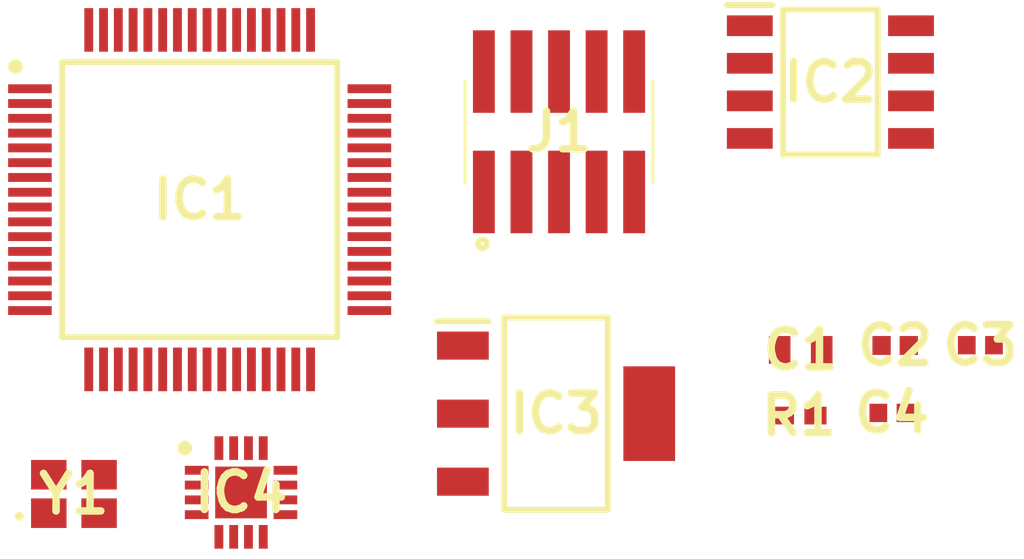
<source format=kicad_pcb>
(kicad_pcb (version 20211014) (generator pcbnew)
  (layers (0 "F.Cu" signal) (31 "B.Cu" signal) (34 "B.Paste" user) (35 "F.Paste" user) (36 "B.SilkS" user "B.Silkscreen") (37 "F.SilkS" user "F.Silkscreen") (38 "B.Mask" user) (39 "F.Mask" user) (44 "Edge.Cuts" user))
  (net 0 "")
  (net 115 "Net-(IC1-Pad61)")
  (net 116 "GND")
  (footprint "SamacSys_Parts:QFP50P1200X1200X160-64N" (layer "F.Cu") (at 106.68 81.28)
    (fp_text reference "IC1" (at 0 0) (layer "F.SilkS") (effects (font (size 1.27 1.27) (thickness 0.254))))
    (fp_text value "STM32G474RET6" hide)
    (fp_line (start -4.65 4.65) (end -4.65 -4.65) (layer "F.SilkS") (width 0.2))
    (fp_line (start 4.65 4.65) (end -4.65 4.65) (layer "F.SilkS") (width 0.2))
    (fp_line (start -4.65 -4.65) (end 4.65 -4.65) (layer "F.SilkS") (width 0.2))
    (fp_line (start 4.65 -4.65) (end 4.65 4.65) (layer "F.SilkS") (width 0.2))
    (fp_circle (center -6.225 -4.5) (end -6.225 -4.375) (layer "F.SilkS") (width 0.25) (fill none))
    (pad "1" smd rect locked (at -5.738 -3.75 90) (size 0.3 1.475) (layers "F.Cu" "F.Paste" "F.Mask"))
    (pad "2" smd rect locked (at -5.738 -3.25 90) (size 0.3 1.475) (layers "F.Cu" "F.Paste" "F.Mask"))
    (pad "3" smd rect locked (at -5.738 -2.75 90) (size 0.3 1.475) (layers "F.Cu" "F.Paste" "F.Mask"))
    (pad "4" smd rect locked (at -5.738 -2.25 90) (size 0.3 1.475) (layers "F.Cu" "F.Paste" "F.Mask"))
    (pad "5" smd rect locked (at -5.738 -1.75 90) (size 0.3 1.475) (layers "F.Cu" "F.Paste" "F.Mask"))
    (pad "6" smd rect locked (at -5.738 -1.25 90) (size 0.3 1.475) (layers "F.Cu" "F.Paste" "F.Mask"))
    (pad "7" smd rect locked (at -5.738 -0.75 90) (size 0.3 1.475) (layers "F.Cu" "F.Paste" "F.Mask"))
    (pad "8" smd rect locked (at -5.738 -0.25 90) (size 0.3 1.475) (layers "F.Cu" "F.Paste" "F.Mask"))
    (pad "9" smd rect locked (at -5.738 0.25 90) (size 0.3 1.475) (layers "F.Cu" "F.Paste" "F.Mask"))
    (pad "10" smd rect locked (at -5.738 0.75 90) (size 0.3 1.475) (layers "F.Cu" "F.Paste" "F.Mask"))
    (pad "11" smd rect locked (at -5.738 1.25 90) (size 0.3 1.475) (layers "F.Cu" "F.Paste" "F.Mask"))
    (pad "12" smd rect locked (at -5.738 1.75 90) (size 0.3 1.475) (layers "F.Cu" "F.Paste" "F.Mask"))
    (pad "13" smd rect locked (at -5.738 2.25 90) (size 0.3 1.475) (layers "F.Cu" "F.Paste" "F.Mask"))
    (pad "14" smd rect locked (at -5.738 2.75 90) (size 0.3 1.475) (layers "F.Cu" "F.Paste" "F.Mask"))
    (pad "15" smd rect locked (at -5.738 3.25 90) (size 0.3 1.475) (layers "F.Cu" "F.Paste" "F.Mask"))
    (pad "16" smd rect locked (at -5.738 3.75 90) (size 0.3 1.475) (layers "F.Cu" "F.Paste" "F.Mask"))
    (pad "17" smd rect locked (at -3.75 5.738) (size 0.3 1.475) (layers "F.Cu" "F.Paste" "F.Mask"))
    (pad "18" smd rect locked (at -3.25 5.738) (size 0.3 1.475) (layers "F.Cu" "F.Paste" "F.Mask"))
    (pad "19" smd rect locked (at -2.75 5.738) (size 0.3 1.475) (layers "F.Cu" "F.Paste" "F.Mask"))
    (pad "20" smd rect locked (at -2.25 5.738) (size 0.3 1.475) (layers "F.Cu" "F.Paste" "F.Mask"))
    (pad "21" smd rect locked (at -1.75 5.738) (size 0.3 1.475) (layers "F.Cu" "F.Paste" "F.Mask"))
    (pad "22" smd rect locked (at -1.25 5.738) (size 0.3 1.475) (layers "F.Cu" "F.Paste" "F.Mask"))
    (pad "23" smd rect locked (at -0.75 5.738) (size 0.3 1.475) (layers "F.Cu" "F.Paste" "F.Mask"))
    (pad "24" smd rect locked (at -0.25 5.738) (size 0.3 1.475) (layers "F.Cu" "F.Paste" "F.Mask"))
    (pad "25" smd rect locked (at 0.25 5.738) (size 0.3 1.475) (layers "F.Cu" "F.Paste" "F.Mask"))
    (pad "26" smd rect locked (at 0.75 5.738) (size 0.3 1.475) (layers "F.Cu" "F.Paste" "F.Mask"))
    (pad "27" smd rect locked (at 1.25 5.738) (size 0.3 1.475) (layers "F.Cu" "F.Paste" "F.Mask"))
    (pad "28" smd rect locked (at 1.75 5.738) (size 0.3 1.475) (layers "F.Cu" "F.Paste" "F.Mask"))
    (pad "29" smd rect locked (at 2.25 5.738) (size 0.3 1.475) (layers "F.Cu" "F.Paste" "F.Mask"))
    (pad "30" smd rect locked (at 2.75 5.738) (size 0.3 1.475) (layers "F.Cu" "F.Paste" "F.Mask"))
    (pad "31" smd rect locked (at 3.25 5.738) (size 0.3 1.475) (layers "F.Cu" "F.Paste" "F.Mask"))
    (pad "32" smd rect locked (at 3.75 5.738) (size 0.3 1.475) (layers "F.Cu" "F.Paste" "F.Mask"))
    (pad "33" smd rect locked (at 5.738 3.75 90) (size 0.3 1.475) (layers "F.Cu" "F.Paste" "F.Mask"))
    (pad "34" smd rect locked (at 5.738 3.25 90) (size 0.3 1.475) (layers "F.Cu" "F.Paste" "F.Mask"))
    (pad "35" smd rect locked (at 5.738 2.75 90) (size 0.3 1.475) (layers "F.Cu" "F.Paste" "F.Mask"))
    (pad "36" smd rect locked (at 5.738 2.25 90) (size 0.3 1.475) (layers "F.Cu" "F.Paste" "F.Mask"))
    (pad "37" smd rect locked (at 5.738 1.75 90) (size 0.3 1.475) (layers "F.Cu" "F.Paste" "F.Mask"))
    (pad "38" smd rect locked (at 5.738 1.25 90) (size 0.3 1.475) (layers "F.Cu" "F.Paste" "F.Mask"))
    (pad "39" smd rect locked (at 5.738 0.75 90) (size 0.3 1.475) (layers "F.Cu" "F.Paste" "F.Mask"))
    (pad "40" smd rect locked (at 5.738 0.25 90) (size 0.3 1.475) (layers "F.Cu" "F.Paste" "F.Mask"))
    (pad "41" smd rect locked (at 5.738 -0.25 90) (size 0.3 1.475) (layers "F.Cu" "F.Paste" "F.Mask"))
    (pad "42" smd rect locked (at 5.738 -0.75 90) (size 0.3 1.475) (layers "F.Cu" "F.Paste" "F.Mask"))
    (pad "43" smd rect locked (at 5.738 -1.25 90) (size 0.3 1.475) (layers "F.Cu" "F.Paste" "F.Mask"))
    (pad "44" smd rect locked (at 5.738 -1.75 90) (size 0.3 1.475) (layers "F.Cu" "F.Paste" "F.Mask"))
    (pad "45" smd rect locked (at 5.738 -2.25 90) (size 0.3 1.475) (layers "F.Cu" "F.Paste" "F.Mask"))
    (pad "46" smd rect locked (at 5.738 -2.75 90) (size 0.3 1.475) (layers "F.Cu" "F.Paste" "F.Mask"))
    (pad "47" smd rect locked (at 5.738 -3.25 90) (size 0.3 1.475) (layers "F.Cu" "F.Paste" "F.Mask"))
    (pad "48" smd rect locked (at 5.738 -3.75 90) (size 0.3 1.475) (layers "F.Cu" "F.Paste" "F.Mask"))
    (pad "49" smd rect locked (at 3.75 -5.738) (size 0.3 1.475) (layers "F.Cu" "F.Paste" "F.Mask"))
    (pad "50" smd rect locked (at 3.25 -5.738) (size 0.3 1.475) (layers "F.Cu" "F.Paste" "F.Mask"))
    (pad "51" smd rect locked (at 2.75 -5.738) (size 0.3 1.475) (layers "F.Cu" "F.Paste" "F.Mask"))
    (pad "52" smd rect locked (at 2.25 -5.738) (size 0.3 1.475) (layers "F.Cu" "F.Paste" "F.Mask"))
    (pad "53" smd rect locked (at 1.75 -5.738) (size 0.3 1.475) (layers "F.Cu" "F.Paste" "F.Mask"))
    (pad "54" smd rect locked (at 1.25 -5.738) (size 0.3 1.475) (layers "F.Cu" "F.Paste" "F.Mask"))
    (pad "55" smd rect locked (at 0.75 -5.738) (size 0.3 1.475) (layers "F.Cu" "F.Paste" "F.Mask"))
    (pad "56" smd rect locked (at 0.25 -5.738) (size 0.3 1.475) (layers "F.Cu" "F.Paste" "F.Mask"))
    (pad "57" smd rect locked (at -0.25 -5.738) (size 0.3 1.475) (layers "F.Cu" "F.Paste" "F.Mask"))
    (pad "58" smd rect locked (at -0.75 -5.738) (size 0.3 1.475) (layers "F.Cu" "F.Paste" "F.Mask"))
    (pad "59" smd rect locked (at -1.25 -5.738) (size 0.3 1.475) (layers "F.Cu" "F.Paste" "F.Mask"))
    (pad "60" smd rect locked (at -1.75 -5.738) (size 0.3 1.475) (layers "F.Cu" "F.Paste" "F.Mask"))
    (pad "61" smd rect locked (at -2.25 -5.738) (size 0.3 1.475) (layers "F.Cu" "F.Paste" "F.Mask") (net 115 "Net-(IC1-Pad61)"))
    (pad "62" smd rect locked (at -2.75 -5.738) (size 0.3 1.475) (layers "F.Cu" "F.Paste" "F.Mask"))
    (pad "63" smd rect locked (at -3.25 -5.738) (size 0.3 1.475) (layers "F.Cu" "F.Paste" "F.Mask"))
    (pad "64" smd rect locked (at -3.75 -5.738) (size 0.3 1.475) (layers "F.Cu" "F.Paste" "F.Mask"))
  )
  (footprint "SamacSys_Parts:FTSH-105-XX-YYY-DV-K-P-TR" (layer "F.Cu") (at 118.83 78.985)
    (fp_text reference "J1" (at 0 0) (layer "F.SilkS") (effects (font (size 1.27 1.27) (thickness 0.254))))
    (fp_text value "FTSH-105-01-F-DV-K-P-TR" hide)
    (fp_line (start 3.175 -1.715) (end 3.175 1.715) (layer "F.SilkS") (width 0.1))
    (fp_line (start -3.175 1.715) (end -3.175 -1.715) (layer "F.SilkS") (width 0.1))
    (fp_circle (center -2.59 3.785) (end -2.59 3.835) (layer "F.SilkS") (width 0.2) (fill none))
    (pad "1" smd rect locked (at -2.54 2.035) (size 0.74 2.79) (layers "F.Cu" "F.Paste" "F.Mask"))
    (pad "2" smd rect locked (at -2.54 -2.035) (size 0.74 2.79) (layers "F.Cu" "F.Paste" "F.Mask"))
    (pad "3" smd rect locked (at -1.27 2.035) (size 0.74 2.79) (layers "F.Cu" "F.Paste" "F.Mask"))
    (pad "4" smd rect locked (at -1.27 -2.035) (size 0.74 2.79) (layers "F.Cu" "F.Paste" "F.Mask"))
    (pad "5" smd rect locked (at 0 2.035) (size 0.74 2.79) (layers "F.Cu" "F.Paste" "F.Mask"))
    (pad "6" smd rect locked (at 0 -2.035) (size 0.74 2.79) (layers "F.Cu" "F.Paste" "F.Mask"))
    (pad "7" smd rect locked (at 1.27 2.035) (size 0.74 2.79) (layers "F.Cu" "F.Paste" "F.Mask"))
    (pad "8" smd rect locked (at 1.27 -2.035) (size 0.74 2.79) (layers "F.Cu" "F.Paste" "F.Mask"))
    (pad "9" smd rect locked (at 2.54 2.035) (size 0.74 2.79) (layers "F.Cu" "F.Paste" "F.Mask"))
    (pad "10" smd rect locked (at 2.54 -2.035) (size 0.74 2.79) (layers "F.Cu" "F.Paste" "F.Mask"))
  )
  (footprint "SamacSys_Parts:CAPC1005X60N" (layer "F.Cu") (at 130.195 86.21)
    (fp_text reference "C2" (at 0 0) (layer "F.SilkS") (effects (font (size 1.27 1.27) (thickness 0.254))))
    (fp_text value "25V 1UF X5R" hide)
    (pad "1" smd rect locked (at -0.46 0) (size 0.62 0.64) (layers "F.Cu" "F.Paste" "F.Mask"))
    (pad "2" smd rect locked (at 0.46 0) (size 0.62 0.64) (layers "F.Cu" "F.Paste" "F.Mask"))
  )
  (footprint "SamacSys_Parts:CAPC1005X55N" (layer "F.Cu") (at 130.085 88.49)
    (fp_text reference "C4" (at 0 0) (layer "F.SilkS") (effects (font (size 1.27 1.27) (thickness 0.254))))
    (fp_text value "50V 10PF C0G" hide)
    (pad "1" smd rect locked (at -0.46 0) (size 0.6 0.62) (layers "F.Cu" "F.Paste" "F.Mask"))
    (pad "2" smd rect locked (at 0.46 0) (size 0.6 0.62) (layers "F.Cu" "F.Paste" "F.Mask"))
  )
  (footprint "SamacSys_Parts:NX2520SA24000000MHZB8" (layer "F.Cu") (at 102.43 91.23)
    (fp_text reference "Y1" (at 0 0) (layer "F.SilkS") (effects (font (size 1.27 1.27) (thickness 0.254))))
    (fp_text value "NX2520SA-24.000000MHZ-B8" hide)
    (fp_line (start -1.9 0.75) (end -1.9 0.75) (layer "F.SilkS") (width 0.2))
    (fp_line (start -1.8 0.75) (end -1.8 0.75) (layer "F.SilkS") (width 0.2))
    (fp_line (start -1.9 0.75) (end -1.9 0.75) (layer "F.SilkS") (width 0.2))
    (fp_arc (start -1.9 0.75) (mid -1.85 0.7) (end -1.8 0.75) (layer "F.SilkS") (width 0.2))
    (fp_arc (start -1.8 0.75) (mid -1.85 0.8) (end -1.9 0.75) (layer "F.SilkS") (width 0.2))
    (fp_arc (start -1.8 0.75) (mid -1.85 0.8) (end -1.9 0.75) (layer "F.SilkS") (width 0.2))
    (pad "1" smd rect locked (at -0.85 0.65 90) (size 1 1.2) (layers "F.Cu" "F.Paste" "F.Mask"))
    (pad "2" smd rect locked (at 0.85 0.65 90) (size 1 1.2) (layers "F.Cu" "F.Paste" "F.Mask"))
    (pad "3" smd rect locked (at 0.85 -0.65 90) (size 1 1.2) (layers "F.Cu" "F.Paste" "F.Mask"))
    (pad "4" smd rect locked (at -0.85 -0.65 90) (size 1 1.2) (layers "F.Cu" "F.Paste" "F.Mask"))
  )
  (footprint "SamacSys_Parts:CAPC1608X90N" (layer "F.Cu") (at 127 86.36)
    (fp_text reference "C1" (at 0 0) (layer "F.SilkS") (effects (font (size 1.27 1.27) (thickness 0.254))))
    (fp_text value "10V 10UF X5R" hide)
    (pad "1" smd rect locked (at -0.71 0) (size 0.73 0.94) (layers "F.Cu" "F.Paste" "F.Mask"))
    (pad "2" smd rect locked (at 0.71 0) (size 0.73 0.94) (layers "F.Cu" "F.Paste" "F.Mask"))
  )
  (footprint "SamacSys_Parts:RESC1005X40N" (layer "F.Cu") (at 126.95 88.58)
    (fp_text reference "R1" (at 0 0) (layer "F.SilkS") (effects (font (size 1.27 1.27) (thickness 0.254))))
    (fp_text value "100K 1% 1/16W 0402" hide)
    (pad "1" smd rect locked (at -0.55 0 90) (size 0.6 0.75) (layers "F.Cu" "F.Paste" "F.Mask") (net 115 "Net-(IC1-Pad61)"))
    (pad "2" smd rect locked (at 0.55 0 90) (size 0.6 0.75) (layers "F.Cu" "F.Paste" "F.Mask") (net 116 "GND"))
  )
  (footprint "SamacSys_Parts:QFN50P300X300X80-17N-D" (layer "F.Cu") (at 108.08 91.18)
    (fp_text reference "IC4" (at 0 0) (layer "F.SilkS") (effects (font (size 1.27 1.27) (thickness 0.254))))
    (fp_text value "LTC6820HUD#PBF" hide)
    (fp_circle (center -1.9 -1.5) (end -1.9 -1.375) (layer "F.SilkS") (width 0.25) (fill none))
    (pad "1" smd rect locked (at -1.5 -0.75 90) (size 0.3 0.8) (layers "F.Cu" "F.Paste" "F.Mask"))
    (pad "2" smd rect locked (at -1.5 -0.25 90) (size 0.3 0.8) (layers "F.Cu" "F.Paste" "F.Mask"))
    (pad "3" smd rect locked (at -1.5 0.25 90) (size 0.3 0.8) (layers "F.Cu" "F.Paste" "F.Mask"))
    (pad "4" smd rect locked (at -1.5 0.75 90) (size 0.3 0.8) (layers "F.Cu" "F.Paste" "F.Mask"))
    (pad "5" smd rect locked (at -0.75 1.5) (size 0.3 0.8) (layers "F.Cu" "F.Paste" "F.Mask"))
    (pad "6" smd rect locked (at -0.25 1.5) (size 0.3 0.8) (layers "F.Cu" "F.Paste" "F.Mask"))
    (pad "7" smd rect locked (at 0.25 1.5) (size 0.3 0.8) (layers "F.Cu" "F.Paste" "F.Mask"))
    (pad "8" smd rect locked (at 0.75 1.5) (size 0.3 0.8) (layers "F.Cu" "F.Paste" "F.Mask"))
    (pad "9" smd rect locked (at 1.5 0.75 90) (size 0.3 0.8) (layers "F.Cu" "F.Paste" "F.Mask"))
    (pad "10" smd rect locked (at 1.5 0.25 90) (size 0.3 0.8) (layers "F.Cu" "F.Paste" "F.Mask"))
    (pad "11" smd rect locked (at 1.5 -0.25 90) (size 0.3 0.8) (layers "F.Cu" "F.Paste" "F.Mask"))
    (pad "12" smd rect locked (at 1.5 -0.75 90) (size 0.3 0.8) (layers "F.Cu" "F.Paste" "F.Mask"))
    (pad "13" smd rect locked (at 0.75 -1.5) (size 0.3 0.8) (layers "F.Cu" "F.Paste" "F.Mask"))
    (pad "14" smd rect locked (at 0.25 -1.5) (size 0.3 0.8) (layers "F.Cu" "F.Paste" "F.Mask"))
    (pad "15" smd rect locked (at -0.25 -1.5) (size 0.3 0.8) (layers "F.Cu" "F.Paste" "F.Mask"))
    (pad "16" smd rect locked (at -0.75 -1.5) (size 0.3 0.8) (layers "F.Cu" "F.Paste" "F.Mask"))
    (pad "17" smd rect locked (at 0 0) (size 1.75 1.75) (layers "F.Cu" "F.Paste" "F.Mask"))
  )
  (footprint "SamacSys_Parts:SOIC127P600X175-8N" (layer "F.Cu") (at 128.005 77.305)
    (fp_text reference "IC2" (at 0 0) (layer "F.SilkS") (effects (font (size 1.27 1.27) (thickness 0.254))))
    (fp_text value "TJA1042T_3,118" hide)
    (fp_line (start 1.6 2.45) (end -1.6 2.45) (layer "F.SilkS") (width 0.2))
    (fp_line (start -1.6 2.45) (end -1.6 -2.45) (layer "F.SilkS") (width 0.2))
    (fp_line (start -3.5 -2.605) (end -1.95 -2.605) (layer "F.SilkS") (width 0.2))
    (fp_line (start 1.6 -2.45) (end 1.6 2.45) (layer "F.SilkS") (width 0.2))
    (fp_line (start -1.6 -2.45) (end 1.6 -2.45) (layer "F.SilkS") (width 0.2))
    (pad "1" smd rect locked (at -2.725 -1.905 90) (size 0.7 1.55) (layers "F.Cu" "F.Paste" "F.Mask"))
    (pad "2" smd rect locked (at -2.725 -0.635 90) (size 0.7 1.55) (layers "F.Cu" "F.Paste" "F.Mask"))
    (pad "3" smd rect locked (at -2.725 0.635 90) (size 0.7 1.55) (layers "F.Cu" "F.Paste" "F.Mask"))
    (pad "4" smd rect locked (at -2.725 1.905 90) (size 0.7 1.55) (layers "F.Cu" "F.Paste" "F.Mask"))
    (pad "5" smd rect locked (at 2.725 1.905 90) (size 0.7 1.55) (layers "F.Cu" "F.Paste" "F.Mask"))
    (pad "6" smd rect locked (at 2.725 0.635 90) (size 0.7 1.55) (layers "F.Cu" "F.Paste" "F.Mask"))
    (pad "7" smd rect locked (at 2.725 -0.635 90) (size 0.7 1.55) (layers "F.Cu" "F.Paste" "F.Mask"))
    (pad "8" smd rect locked (at 2.725 -1.905 90) (size 0.7 1.55) (layers "F.Cu" "F.Paste" "F.Mask"))
  )
  (footprint "SamacSys_Parts:CAPC1005X55N" (layer "F.Cu") (at 133.075 86.2)
    (fp_text reference "C3" (at 0 0) (layer "F.SilkS") (effects (font (size 1.27 1.27) (thickness 0.254))))
    (fp_text value "16V 100NF X7R" hide)
    (pad "1" smd rect locked (at -0.46 0) (size 0.6 0.62) (layers "F.Cu" "F.Paste" "F.Mask"))
    (pad "2" smd rect locked (at 0.46 0) (size 0.6 0.62) (layers "F.Cu" "F.Paste" "F.Mask"))
  )
  (footprint "SamacSys_Parts:SOT230P700X180-4N" (layer "F.Cu") (at 118.73 88.515)
    (fp_text reference "IC3" (at 0 0) (layer "F.SilkS") (effects (font (size 1.27 1.27) (thickness 0.254))))
    (fp_text value "LM317MDCYR" hide)
    (fp_line (start -1.75 -3.25) (end 1.75 -3.25) (layer "F.SilkS") (width 0.2))
    (fp_line (start -1.75 3.25) (end -1.75 -3.25) (layer "F.SilkS") (width 0.2))
    (fp_line (start 1.75 -3.25) (end 1.75 3.25) (layer "F.SilkS") (width 0.2))
    (fp_line (start -4.025 -3.125) (end -2.275 -3.125) (layer "F.SilkS") (width 0.2))
    (fp_line (start 1.75 3.25) (end -1.75 3.25) (layer "F.SilkS") (width 0.2))
    (pad "1" smd rect locked (at -3.15 -2.3 90) (size 0.95 1.75) (layers "F.Cu" "F.Paste" "F.Mask"))
    (pad "2" smd rect locked (at -3.15 0 90) (size 0.95 1.75) (layers "F.Cu" "F.Paste" "F.Mask"))
    (pad "3" smd rect locked (at -3.15 2.3 90) (size 0.95 1.75) (layers "F.Cu" "F.Paste" "F.Mask"))
    (pad "4" smd rect locked (at 3.15 0) (size 1.75 3.2) (layers "F.Cu" "F.Paste" "F.Mask"))
  )
)
</source>
